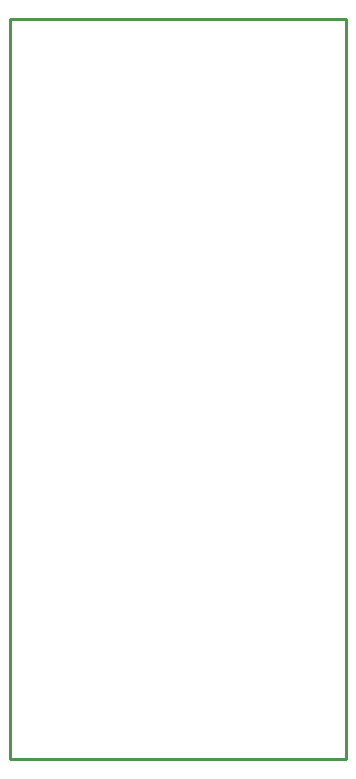
<source format=gko>
G04 Layer: BoardOutlineLayer*
G04 EasyEDA Pro v2.2.27.1, 2024-09-10 16:22:17*
G04 Gerber Generator version 0.3*
G04 Scale: 100 percent, Rotated: No, Reflected: No*
G04 Dimensions in millimeters*
G04 Leading zeros omitted, absolute positions, 3 integers and 5 decimals*
%FSLAX35Y35*%
%MOMM*%
%ADD10C,0.254*%
G75*


G04 Rect Start*
G54D10*
G01X-203200Y3733800D02*
G01X-203200Y9994900D01*
G01X2641600Y9994900D01*
G01X2641600Y3733800D01*
G01X-203200Y3733800D01*
G04 Rect End*

M02*


</source>
